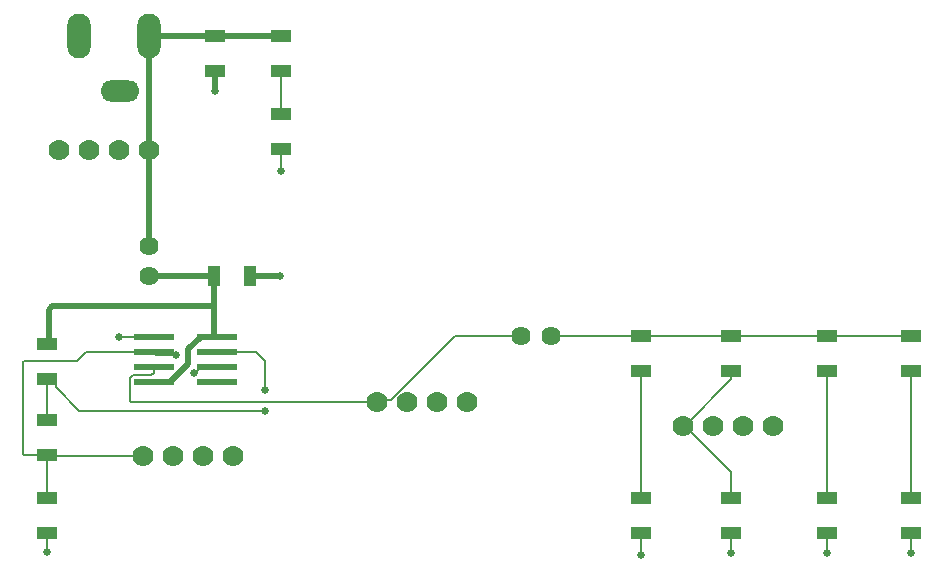
<source format=gtl>
G04*
G04 #@! TF.GenerationSoftware,Altium Limited,Altium Designer,21.1.1 (26)*
G04*
G04 Layer_Physical_Order=1*
G04 Layer_Color=255*
%FSLAX25Y25*%
%MOIN*%
G70*
G04*
G04 #@! TF.SameCoordinates,E00B1EB5-E982-4F3D-9705-A7A521AA3BB6*
G04*
G04*
G04 #@! TF.FilePolarity,Positive*
G04*
G01*
G75*
%ADD11C,0.02000*%
%ADD17C,0.00600*%
%ADD19R,0.13386X0.02362*%
%ADD20R,0.07100X0.04400*%
%ADD21R,0.04400X0.07100*%
%ADD31C,0.07000*%
%ADD32C,0.06378*%
%ADD33O,0.12992X0.07087*%
%ADD34O,0.07874X0.14961*%
%ADD35C,0.02500*%
D11*
X69000Y70618D02*
Y75382D01*
X62882Y64500D02*
X69000Y70618D01*
Y75382D02*
X73118Y79500D01*
X77781D02*
X78630D01*
X73118D02*
X77781D01*
X77600Y89841D02*
Y100000D01*
Y79681D02*
Y89841D01*
X22000Y77300D02*
X22500Y77800D01*
Y88669D01*
X23672Y89841D02*
X77600D01*
X22500Y88669D02*
X23672Y89841D01*
X89400Y100000D02*
X99500D01*
X78000Y161500D02*
Y168100D01*
X57370Y64500D02*
X62882D01*
X77600Y79681D02*
X77781Y79500D01*
X56000Y100000D02*
X77600D01*
X56000Y110000D02*
Y142000D01*
Y180000D01*
X78000Y179900D02*
X100000D01*
X56000Y180000D02*
X56100Y179900D01*
X78000D01*
D17*
X22849Y65500D02*
X24748Y63600D01*
Y62752D02*
X32500Y55000D01*
X24748Y62752D02*
Y63600D01*
X32500Y55000D02*
X94500D01*
X22000Y65500D02*
X22849D01*
X100000Y153900D02*
Y168100D01*
X64881Y73619D02*
X65000Y73500D01*
X58251Y73619D02*
X64881D01*
X57370Y74500D02*
X58251Y73619D01*
X71000Y67500D02*
X71118D01*
X73118Y69500D02*
X78630D01*
X71118Y67500D02*
X73118Y69500D01*
X14352Y40100D02*
X22000D01*
X14000Y40451D02*
X14352Y40100D01*
X14000Y40451D02*
Y71149D01*
X14352Y71500D02*
X32000D01*
X14000Y71149D02*
X14352Y71500D01*
X35000Y74500D02*
X57370D01*
X32000Y71500D02*
X35000Y74500D01*
X94500Y62000D02*
Y71500D01*
X78630Y74500D02*
X91500D01*
X94500Y71500D01*
X49852Y58000D02*
X132000D01*
X49500Y58351D02*
X49852Y58000D01*
X157778Y80000D02*
X180000D01*
X136400Y58622D02*
X157778Y80000D01*
X132623Y58622D02*
X136400D01*
X132000Y58000D02*
X132623Y58622D01*
X49500Y58351D02*
Y65777D01*
X57370Y67419D02*
Y69500D01*
X56688Y66736D02*
X57370Y67419D01*
X50460Y66736D02*
X56688D01*
X49500Y65777D02*
X50460Y66736D01*
X22000Y25900D02*
Y40100D01*
X22100Y40000D01*
X54000D01*
X22000Y51900D02*
Y65500D01*
X310000Y7500D02*
Y14100D01*
X282000Y7500D02*
Y14100D01*
X250000Y7500D02*
Y14100D01*
X220000Y7000D02*
Y14100D01*
X22000Y8000D02*
Y14100D01*
X46000Y79500D02*
X57370D01*
X100000Y135000D02*
Y142100D01*
X220000Y25900D02*
Y68100D01*
X250000Y25900D02*
Y34475D01*
X234475Y50000D02*
X250000Y34475D01*
Y65400D02*
Y68200D01*
X234600Y50000D02*
X250000Y65400D01*
X234000Y50000D02*
X234600D01*
X282000Y25900D02*
Y68200D01*
X310000Y25900D02*
Y68200D01*
X282000Y80000D02*
X310000D01*
X250000D02*
X282000D01*
X220000Y79900D02*
X220100Y80000D01*
X250000D01*
X190000D02*
X219900D01*
X220000Y79900D01*
D19*
X57370Y79500D02*
D03*
Y74500D02*
D03*
Y69500D02*
D03*
Y64500D02*
D03*
X78630D02*
D03*
Y69500D02*
D03*
Y74500D02*
D03*
Y79500D02*
D03*
D20*
X310000Y14100D02*
D03*
Y25900D02*
D03*
X282000Y14100D02*
D03*
Y25900D02*
D03*
X250000Y14100D02*
D03*
Y25900D02*
D03*
X220000Y14100D02*
D03*
Y25900D02*
D03*
X22000Y40100D02*
D03*
Y51900D02*
D03*
Y65500D02*
D03*
Y77300D02*
D03*
X100000Y142100D02*
D03*
Y153900D02*
D03*
Y179900D02*
D03*
Y168100D02*
D03*
X310000Y80000D02*
D03*
Y68200D02*
D03*
X282000Y80000D02*
D03*
Y68200D02*
D03*
X250000Y80000D02*
D03*
Y68200D02*
D03*
X220000Y79900D02*
D03*
Y68100D02*
D03*
X22000Y25900D02*
D03*
Y14100D02*
D03*
X78000Y179900D02*
D03*
Y168100D02*
D03*
D21*
X77600Y100000D02*
D03*
X89400D02*
D03*
D31*
X74000Y40000D02*
D03*
X84000D02*
D03*
X54000D02*
D03*
X64000D02*
D03*
X254000Y50000D02*
D03*
X264000D02*
D03*
X234000D02*
D03*
X244000D02*
D03*
X152000Y58000D02*
D03*
X162000D02*
D03*
X132000D02*
D03*
X142000D02*
D03*
X36000Y142000D02*
D03*
X26000D02*
D03*
X56000D02*
D03*
X46000D02*
D03*
D32*
X190000Y80000D02*
D03*
X180000D02*
D03*
X56000Y100000D02*
D03*
Y110000D02*
D03*
D33*
X46158Y161693D02*
D03*
D34*
X32378Y180000D02*
D03*
X56000D02*
D03*
D35*
X65000Y73500D02*
D03*
X71000Y67500D02*
D03*
X94500Y55000D02*
D03*
Y62000D02*
D03*
X310000Y7500D02*
D03*
X282000D02*
D03*
X250000D02*
D03*
X220000Y7000D02*
D03*
X46000Y79500D02*
D03*
X22000Y8000D02*
D03*
X78000Y161500D02*
D03*
X100000Y135000D02*
D03*
X99500Y100000D02*
D03*
M02*

</source>
